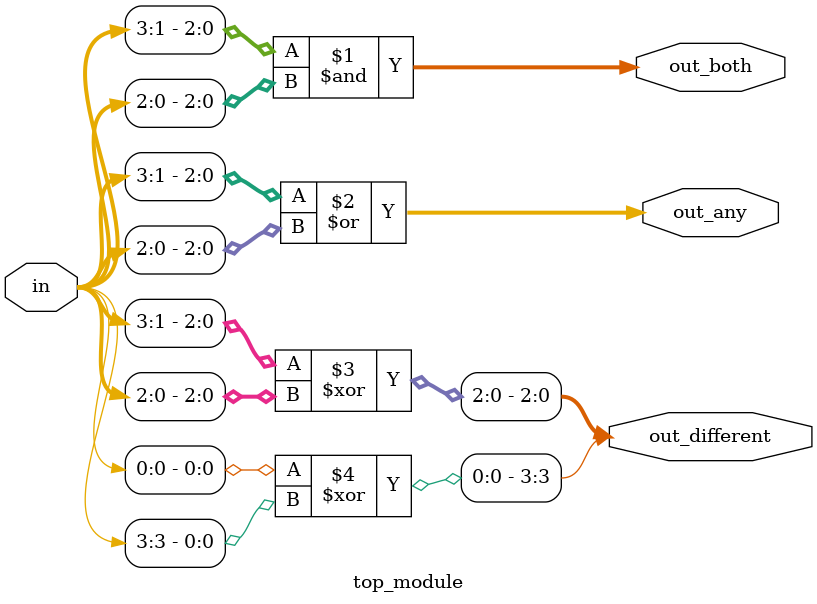
<source format=v>
module top_module( 
    input [3:0] in,
    output [2:0] out_both,
    output [3:1] out_any,
    output [3:0] out_different );
    assign out_both=in[3:1]&in[2:0];
    assign out_any=in[3:1] | in[2:0];
    assign out_different={in[0]^in[3],in[3:1] ^ in[2:0]};
endmodule

</source>
